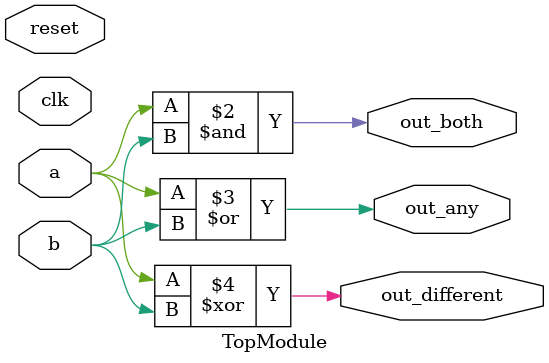
<source format=sv>
module TopModule (
    input logic clk,
    input logic reset,
    input logic a,
    input logic b,
    output logic out_both,
    output logic out_any,
    output logic out_different
);

    // Combinational logic for outputs
    always @(*) begin
        out_both = a & b;
        out_any = a | b;
        out_different = a ^ b;
    end

endmodule
</source>
